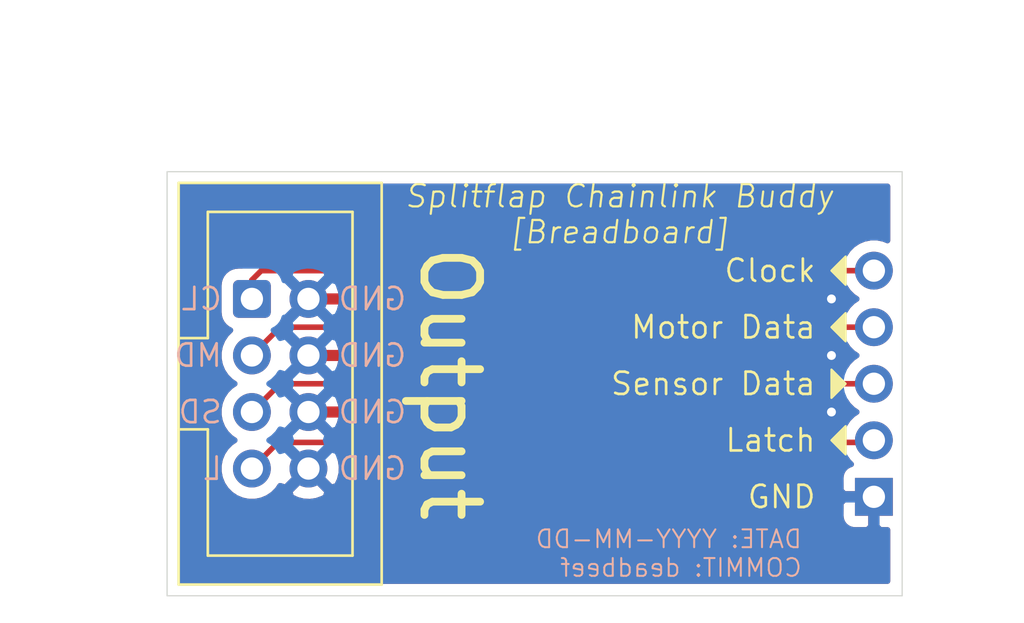
<source format=kicad_pcb>
(kicad_pcb (version 20171130) (host pcbnew 5.1.10-88a1d61d58~90~ubuntu20.04.1)

  (general
    (thickness 1.6)
    (drawings 27)
    (tracks 16)
    (zones 0)
    (modules 2)
    (nets 6)
  )

  (page A4)
  (layers
    (0 F.Cu signal)
    (31 B.Cu signal)
    (32 B.Adhes user)
    (33 F.Adhes user)
    (34 B.Paste user)
    (35 F.Paste user)
    (36 B.SilkS user)
    (37 F.SilkS user)
    (38 B.Mask user)
    (39 F.Mask user)
    (40 Dwgs.User user)
    (41 Cmts.User user)
    (42 Eco1.User user)
    (43 Eco2.User user)
    (44 Edge.Cuts user)
    (45 Margin user)
    (46 B.CrtYd user)
    (47 F.CrtYd user)
    (48 B.Fab user)
    (49 F.Fab user)
  )

  (setup
    (last_trace_width 0.5)
    (user_trace_width 0.25)
    (user_trace_width 0.5)
    (trace_clearance 0.2)
    (zone_clearance 0.508)
    (zone_45_only no)
    (trace_min 0.2)
    (via_size 0.8)
    (via_drill 0.4)
    (via_min_size 0.4)
    (via_min_drill 0.3)
    (uvia_size 0.3)
    (uvia_drill 0.1)
    (uvias_allowed no)
    (uvia_min_size 0.2)
    (uvia_min_drill 0.1)
    (edge_width 0.05)
    (segment_width 0.2)
    (pcb_text_width 0.3)
    (pcb_text_size 1.5 1.5)
    (mod_edge_width 0.12)
    (mod_text_size 1 1)
    (mod_text_width 0.15)
    (pad_size 1.524 1.524)
    (pad_drill 0.762)
    (pad_to_mask_clearance 0)
    (aux_axis_origin 0 0)
    (visible_elements FFFFFF7F)
    (pcbplotparams
      (layerselection 0x010fc_ffffffff)
      (usegerberextensions false)
      (usegerberattributes true)
      (usegerberadvancedattributes true)
      (creategerberjobfile true)
      (excludeedgelayer true)
      (linewidth 0.100000)
      (plotframeref false)
      (viasonmask false)
      (mode 1)
      (useauxorigin false)
      (hpglpennumber 1)
      (hpglpenspeed 20)
      (hpglpendiameter 15.000000)
      (psnegative false)
      (psa4output false)
      (plotreference true)
      (plotvalue true)
      (plotinvisibletext false)
      (padsonsilk false)
      (subtractmaskfromsilk false)
      (outputformat 1)
      (mirror false)
      (drillshape 1)
      (scaleselection 1)
      (outputdirectory ""))
  )

  (net 0 "")
  (net 1 GND)
  (net 2 /LATCH)
  (net 3 /SENSOR_DATA)
  (net 4 /MOTOR_DATA)
  (net 5 /CLOCK)

  (net_class Default "This is the default net class."
    (clearance 0.2)
    (trace_width 0.25)
    (via_dia 0.8)
    (via_drill 0.4)
    (uvia_dia 0.3)
    (uvia_drill 0.1)
    (add_net /CLOCK)
    (add_net /LATCH)
    (add_net /MOTOR_DATA)
    (add_net /SENSOR_DATA)
    (add_net GND)
  )

  (module ModifiedSymbols:PinHeader_1x05_P2.54mm_Vertical_NoSilk (layer B.Cu) (tedit 617F0396) (tstamp 617EFFD4)
    (at 95.25 78.105)
    (descr "Through hole straight pin header, 1x05, 2.54mm pitch, single row")
    (tags "Through hole pin header THT 1x05 2.54mm single row")
    (path /617FD64C)
    (fp_text reference J2 (at 0 2.33) (layer B.SilkS) hide
      (effects (font (size 1 1) (thickness 0.15)) (justify mirror))
    )
    (fp_text value Conn_01x05_Male (at 0 -12.49) (layer B.Fab)
      (effects (font (size 1 1) (thickness 0.15)) (justify mirror))
    )
    (fp_text user %R (at 0 -5.08 -90) (layer B.Fab)
      (effects (font (size 1 1) (thickness 0.15)) (justify mirror))
    )
    (fp_line (start 1.8 1.8) (end -1.8 1.8) (layer B.CrtYd) (width 0.05))
    (fp_line (start 1.8 -11.95) (end 1.8 1.8) (layer B.CrtYd) (width 0.05))
    (fp_line (start -1.8 -11.95) (end 1.8 -11.95) (layer B.CrtYd) (width 0.05))
    (fp_line (start -1.8 1.8) (end -1.8 -11.95) (layer B.CrtYd) (width 0.05))
    (fp_line (start -1.27 0.635) (end -0.635 1.27) (layer B.Fab) (width 0.1))
    (fp_line (start -1.27 -11.43) (end -1.27 0.635) (layer B.Fab) (width 0.1))
    (fp_line (start 1.27 -11.43) (end -1.27 -11.43) (layer B.Fab) (width 0.1))
    (fp_line (start 1.27 1.27) (end 1.27 -11.43) (layer B.Fab) (width 0.1))
    (fp_line (start -0.635 1.27) (end 1.27 1.27) (layer B.Fab) (width 0.1))
    (pad 5 thru_hole oval (at 0 -10.16) (size 1.7 1.7) (drill 1) (layers *.Cu *.Mask)
      (net 5 /CLOCK))
    (pad 4 thru_hole oval (at 0 -7.62) (size 1.7 1.7) (drill 1) (layers *.Cu *.Mask)
      (net 4 /MOTOR_DATA))
    (pad 3 thru_hole oval (at 0 -5.08) (size 1.7 1.7) (drill 1) (layers *.Cu *.Mask)
      (net 3 /SENSOR_DATA))
    (pad 2 thru_hole oval (at 0 -2.54) (size 1.7 1.7) (drill 1) (layers *.Cu *.Mask)
      (net 2 /LATCH))
    (pad 1 thru_hole rect (at 0 0) (size 1.7 1.7) (drill 1) (layers *.Cu *.Mask)
      (net 1 GND))
    (model ${KISYS3DMOD}/Connector_PinHeader_2.54mm.3dshapes/PinHeader_1x05_P2.54mm_Vertical.wrl
      (at (xyz 0 0 0))
      (scale (xyz 1 1 1))
      (rotate (xyz 0 0 0))
    )
  )

  (module ModifiedSymbols:IDC-Header_2x04_P2.54mm_Vertical (layer F.Cu) (tedit 617B5015) (tstamp 617D3F45)
    (at 67.31 69.215)
    (descr "Through hole IDC box header, 2x04, 2.54mm pitch, DIN 41651 / IEC 60603-13, double rows, https://docs.google.com/spreadsheets/d/16SsEcesNF15N3Lb4niX7dcUr-NY5_MFPQhobNuNppn4/edit#gid=0")
    (tags "Through hole vertical IDC box header THT 2x04 2.54mm double row")
    (path /61A3A5EC)
    (fp_text reference J1 (at 1.27 -2.921) (layer F.SilkS) hide
      (effects (font (size 1 1) (thickness 0.15)))
    )
    (fp_text value Output (at 1.27 13.72) (layer F.Fab)
      (effects (font (size 1 1) (thickness 0.15)))
    )
    (fp_line (start 6.22 -5.6) (end -3.68 -5.6) (layer F.CrtYd) (width 0.05))
    (fp_line (start 6.22 13.22) (end 6.22 -5.6) (layer F.CrtYd) (width 0.05))
    (fp_line (start -3.68 13.22) (end 6.22 13.22) (layer F.CrtYd) (width 0.05))
    (fp_line (start -3.68 -5.6) (end -3.68 13.22) (layer F.CrtYd) (width 0.05))
    (fp_line (start -1.98 5.86) (end -3.29 5.86) (layer F.SilkS) (width 0.12))
    (fp_line (start -1.98 5.86) (end -1.98 5.86) (layer F.SilkS) (width 0.12))
    (fp_line (start -1.98 11.53) (end -1.98 5.86) (layer F.SilkS) (width 0.12))
    (fp_line (start 4.52 11.53) (end -1.98 11.53) (layer F.SilkS) (width 0.12))
    (fp_line (start 4.52 -3.91) (end 4.52 11.53) (layer F.SilkS) (width 0.12))
    (fp_line (start -1.98 -3.91) (end 4.52 -3.91) (layer F.SilkS) (width 0.12))
    (fp_line (start -1.98 1.76) (end -1.98 -3.91) (layer F.SilkS) (width 0.12))
    (fp_line (start -3.29 1.76) (end -1.98 1.76) (layer F.SilkS) (width 0.12))
    (fp_line (start -3.29 12.83) (end -3.29 -5.21) (layer F.SilkS) (width 0.12))
    (fp_line (start 5.83 12.83) (end -3.29 12.83) (layer F.SilkS) (width 0.12))
    (fp_line (start 5.83 -5.21) (end 5.83 12.83) (layer F.SilkS) (width 0.12))
    (fp_line (start -3.29 -5.21) (end 5.83 -5.21) (layer F.SilkS) (width 0.12))
    (fp_line (start -1.98 5.86) (end -3.18 5.86) (layer F.Fab) (width 0.1))
    (fp_line (start -1.98 5.86) (end -1.98 5.86) (layer F.Fab) (width 0.1))
    (fp_line (start -1.98 11.53) (end -1.98 5.86) (layer F.Fab) (width 0.1))
    (fp_line (start 4.52 11.53) (end -1.98 11.53) (layer F.Fab) (width 0.1))
    (fp_line (start 4.52 -3.91) (end 4.52 11.53) (layer F.Fab) (width 0.1))
    (fp_line (start -1.98 -3.91) (end 4.52 -3.91) (layer F.Fab) (width 0.1))
    (fp_line (start -1.98 1.76) (end -1.98 -3.91) (layer F.Fab) (width 0.1))
    (fp_line (start -3.18 1.76) (end -1.98 1.76) (layer F.Fab) (width 0.1))
    (fp_line (start -3.18 12.72) (end -3.18 -4.1) (layer F.Fab) (width 0.1))
    (fp_line (start 5.72 12.72) (end -3.18 12.72) (layer F.Fab) (width 0.1))
    (fp_line (start 5.72 -5.1) (end 5.72 12.72) (layer F.Fab) (width 0.1))
    (fp_line (start -2.18 -5.1) (end 5.72 -5.1) (layer F.Fab) (width 0.1))
    (fp_line (start -3.18 -4.1) (end -2.18 -5.1) (layer F.Fab) (width 0.1))
    (fp_text user %R (at 1.27 3.81 90) (layer F.Fab)
      (effects (font (size 1 1) (thickness 0.15)))
    )
    (pad 8 thru_hole circle (at 2.54 7.62) (size 1.7 1.7) (drill 1) (layers *.Cu *.Mask)
      (net 1 GND))
    (pad 6 thru_hole circle (at 2.54 5.08) (size 1.7 1.7) (drill 1) (layers *.Cu *.Mask)
      (net 1 GND))
    (pad 4 thru_hole circle (at 2.54 2.54) (size 1.7 1.7) (drill 1) (layers *.Cu *.Mask)
      (net 1 GND))
    (pad 2 thru_hole circle (at 2.54 0) (size 1.7 1.7) (drill 1) (layers *.Cu *.Mask)
      (net 1 GND))
    (pad 7 thru_hole circle (at 0 7.62) (size 1.7 1.7) (drill 1) (layers *.Cu *.Mask)
      (net 2 /LATCH))
    (pad 5 thru_hole circle (at 0 5.08) (size 1.7 1.7) (drill 1) (layers *.Cu *.Mask)
      (net 3 /SENSOR_DATA))
    (pad 3 thru_hole circle (at 0 2.54) (size 1.7 1.7) (drill 1) (layers *.Cu *.Mask)
      (net 4 /MOTOR_DATA))
    (pad 1 thru_hole roundrect (at 0 0) (size 1.7 1.7) (drill 1) (layers *.Cu *.Mask) (roundrect_rratio 0.147059)
      (net 5 /CLOCK))
    (model ${KISYS3DMOD}/Connector_IDC.3dshapes/IDC-Header_2x04_P2.54mm_Vertical.wrl
      (at (xyz 0 0 0))
      (scale (xyz 1 1 1))
      (rotate (xyz 0 0 0))
    )
  )

  (dimension 19.05 (width 0.15) (layer Cmts.User)
    (gr_text "19.050 mm" (at 59.660001 73.025 270) (layer Cmts.User)
      (effects (font (size 1 1) (thickness 0.15)))
    )
    (feature1 (pts (xy 63.5 82.55) (xy 60.37358 82.55)))
    (feature2 (pts (xy 63.5 63.5) (xy 60.37358 63.5)))
    (crossbar (pts (xy 60.960001 63.5) (xy 60.960001 82.55)))
    (arrow1a (pts (xy 60.960001 82.55) (xy 60.37358 81.423496)))
    (arrow1b (pts (xy 60.960001 82.55) (xy 61.546422 81.423496)))
    (arrow2a (pts (xy 60.960001 63.5) (xy 60.37358 64.626504)))
    (arrow2b (pts (xy 60.960001 63.5) (xy 61.546422 64.626504)))
  )
  (dimension 33.02 (width 0.15) (layer Cmts.User)
    (gr_text "33.020 mm" (at 80.01 56.485) (layer Cmts.User)
      (effects (font (size 1 1) (thickness 0.15)))
    )
    (feature1 (pts (xy 63.5 63.5) (xy 63.5 57.198579)))
    (feature2 (pts (xy 96.52 63.5) (xy 96.52 57.198579)))
    (crossbar (pts (xy 96.52 57.785) (xy 63.5 57.785)))
    (arrow1a (pts (xy 63.5 57.785) (xy 64.626504 57.198579)))
    (arrow1b (pts (xy 63.5 57.785) (xy 64.626504 58.371421)))
    (arrow2a (pts (xy 96.52 57.785) (xy 95.393496 57.198579)))
    (arrow2b (pts (xy 96.52 57.785) (xy 95.393496 58.371421)))
  )
  (gr_text Output (at 76.2 73.025 -90) (layer F.SilkS) (tstamp 617CEBDD)
    (effects (font (size 2.5 2.5) (thickness 0.35)))
  )
  (gr_poly (pts (xy 93.98 76.2) (xy 93.345 75.565) (xy 93.98 74.93)) (layer F.SilkS) (width 0.1))
  (gr_poly (pts (xy 93.98 73.025) (xy 93.345 73.66) (xy 93.345 72.39)) (layer F.SilkS) (width 0.1))
  (gr_poly (pts (xy 93.98 71.12) (xy 93.345 70.485) (xy 93.98 69.85)) (layer F.SilkS) (width 0.1))
  (gr_poly (pts (xy 93.98 68.58) (xy 93.345 67.945) (xy 93.98 67.31)) (layer F.SilkS) (width 0.1))
  (gr_text GND (at 92.71 78.105) (layer F.SilkS) (tstamp 617F02AF)
    (effects (font (size 1 1) (thickness 0.12)) (justify right))
  )
  (gr_text Latch (at 92.71 75.565) (layer F.SilkS) (tstamp 617F02AC)
    (effects (font (size 1 1) (thickness 0.12)) (justify right))
  )
  (gr_text "Sensor Data" (at 92.71 73.025) (layer F.SilkS) (tstamp 617F02A9)
    (effects (font (size 1 1) (thickness 0.12)) (justify right))
  )
  (gr_text "Motor Data" (at 92.71 70.485) (layer F.SilkS) (tstamp 617F02A6)
    (effects (font (size 1 1) (thickness 0.12)) (justify right))
  )
  (gr_text Clock (at 92.71 67.945) (layer F.SilkS) (tstamp 617F029E)
    (effects (font (size 1 1) (thickness 0.12)) (justify right))
  )
  (dimension 25.4 (width 0.15) (layer Cmts.User)
    (gr_text "25.400 mm" (at 82.55 59.66) (layer Cmts.User)
      (effects (font (size 1 1) (thickness 0.15)))
    )
    (feature1 (pts (xy 95.25 69.215) (xy 95.25 60.373579)))
    (feature2 (pts (xy 69.85 69.215) (xy 69.85 60.373579)))
    (crossbar (pts (xy 69.85 60.96) (xy 95.25 60.96)))
    (arrow1a (pts (xy 95.25 60.96) (xy 94.123496 61.546421)))
    (arrow1b (pts (xy 95.25 60.96) (xy 94.123496 60.373579)))
    (arrow2a (pts (xy 69.85 60.96) (xy 70.976504 61.546421)))
    (arrow2b (pts (xy 69.85 60.96) (xy 70.976504 60.373579)))
  )
  (gr_text "DATE: YYYY-MM-DD\nCOMMIT: deadbeef" (at 92.075 80.645) (layer B.SilkS) (tstamp 617ECFA6)
    (effects (font (size 0.8 0.8) (thickness 0.09)) (justify left mirror))
  )
  (gr_text L (at 66.04 76.835) (layer B.SilkS) (tstamp 617D9412)
    (effects (font (size 1 1) (thickness 0.12)) (justify left mirror))
  )
  (gr_text SD (at 66.04 74.295) (layer B.SilkS) (tstamp 617D940F)
    (effects (font (size 1 1) (thickness 0.12)) (justify left mirror))
  )
  (gr_text MD (at 66.04 71.755) (layer B.SilkS) (tstamp 617D940C)
    (effects (font (size 1 1) (thickness 0.12)) (justify left mirror))
  )
  (gr_text CL (at 66.04 69.215) (layer B.SilkS) (tstamp 617D938B)
    (effects (font (size 1 1) (thickness 0.12)) (justify left mirror))
  )
  (gr_text GND (at 71.12 76.835) (layer B.SilkS) (tstamp 617D9389)
    (effects (font (size 1 1) (thickness 0.12)) (justify right mirror))
  )
  (gr_text GND (at 71.12 74.295) (layer B.SilkS) (tstamp 617D9387)
    (effects (font (size 1 1) (thickness 0.12)) (justify right mirror))
  )
  (gr_text GND (at 71.12 71.755) (layer B.SilkS) (tstamp 617D9385)
    (effects (font (size 1 1) (thickness 0.12)) (justify right mirror))
  )
  (gr_text GND (at 71.12 69.215) (layer B.SilkS) (tstamp 617D937F)
    (effects (font (size 1 1) (thickness 0.12)) (justify right mirror))
  )
  (gr_text "Splitflap Chainlink Buddy\n[Breadboard]" (at 83.82 65.405) (layer F.SilkS) (tstamp 617D5187)
    (effects (font (size 1 1) (thickness 0.1) italic))
  )
  (gr_line (start 63.5 82.55) (end 63.5 63.5) (layer Edge.Cuts) (width 0.05) (tstamp 617D3FFE))
  (gr_line (start 96.52 82.55) (end 63.5 82.55) (layer Edge.Cuts) (width 0.05) (tstamp 617D599A))
  (gr_line (start 96.52 63.5) (end 96.52 82.55) (layer Edge.Cuts) (width 0.05) (tstamp 617D513F))
  (gr_line (start 63.5 63.5) (end 96.52 63.5) (layer Edge.Cuts) (width 0.05) (tstamp 617D4058))

  (via (at 93.345 69.215) (size 0.8) (drill 0.4) (layers F.Cu B.Cu) (net 1))
  (via (at 93.345 71.755) (size 0.8) (drill 0.4) (layers F.Cu B.Cu) (net 1) (tstamp 617F63F3))
  (via (at 93.345 74.295) (size 0.8) (drill 0.4) (layers F.Cu B.Cu) (net 1) (tstamp 617F63F5))
  (segment (start 69.85 69.215) (end 93.345 69.215) (width 0.5) (layer F.Cu) (net 1))
  (segment (start 93.345 71.755) (end 69.85 71.755) (width 0.5) (layer F.Cu) (net 1))
  (segment (start 69.85 74.295) (end 93.345 74.295) (width 0.5) (layer F.Cu) (net 1))
  (segment (start 95.155001 75.659999) (end 95.25 75.565) (width 0.25) (layer F.Cu) (net 2))
  (segment (start 68.485001 75.659999) (end 95.155001 75.659999) (width 0.25) (layer F.Cu) (net 2))
  (segment (start 67.31 76.835) (end 68.485001 75.659999) (width 0.25) (layer F.Cu) (net 2))
  (segment (start 68.58 73.025) (end 95.25 73.025) (width 0.25) (layer F.Cu) (net 3))
  (segment (start 67.31 74.295) (end 68.58 73.025) (width 0.25) (layer F.Cu) (net 3))
  (segment (start 68.58 70.485) (end 95.25 70.485) (width 0.25) (layer F.Cu) (net 4))
  (segment (start 67.31 71.755) (end 68.58 70.485) (width 0.25) (layer F.Cu) (net 4))
  (segment (start 67.73 67.945) (end 95.25 67.945) (width 0.25) (layer F.Cu) (net 5))
  (segment (start 67.31 68.365) (end 67.73 67.945) (width 0.25) (layer F.Cu) (net 5))
  (segment (start 67.31 69.215) (end 67.31 68.365) (width 0.25) (layer F.Cu) (net 5))

  (zone (net 1) (net_name GND) (layer B.Cu) (tstamp 0) (hatch edge 0.508)
    (connect_pads (clearance 0.508))
    (min_thickness 0.254)
    (fill yes (arc_segments 32) (thermal_gap 0.508) (thermal_bridge_width 0.508))
    (polygon
      (pts
        (xy 96.52 82.55) (xy 63.5 82.55) (xy 63.5 63.5) (xy 96.52 63.5)
      )
    )
    (filled_polygon
      (pts
        (xy 95.86 66.590318) (xy 95.683158 66.517068) (xy 95.39626 66.46) (xy 95.10374 66.46) (xy 94.816842 66.517068)
        (xy 94.546589 66.62901) (xy 94.303368 66.791525) (xy 94.096525 66.998368) (xy 93.93401 67.241589) (xy 93.822068 67.511842)
        (xy 93.765 67.79874) (xy 93.765 68.09126) (xy 93.822068 68.378158) (xy 93.93401 68.648411) (xy 94.096525 68.891632)
        (xy 94.303368 69.098475) (xy 94.47776 69.215) (xy 94.303368 69.331525) (xy 94.096525 69.538368) (xy 93.93401 69.781589)
        (xy 93.822068 70.051842) (xy 93.765 70.33874) (xy 93.765 70.63126) (xy 93.822068 70.918158) (xy 93.93401 71.188411)
        (xy 94.096525 71.431632) (xy 94.303368 71.638475) (xy 94.47776 71.755) (xy 94.303368 71.871525) (xy 94.096525 72.078368)
        (xy 93.93401 72.321589) (xy 93.822068 72.591842) (xy 93.765 72.87874) (xy 93.765 73.17126) (xy 93.822068 73.458158)
        (xy 93.93401 73.728411) (xy 94.096525 73.971632) (xy 94.303368 74.178475) (xy 94.47776 74.295) (xy 94.303368 74.411525)
        (xy 94.096525 74.618368) (xy 93.93401 74.861589) (xy 93.822068 75.131842) (xy 93.765 75.41874) (xy 93.765 75.71126)
        (xy 93.822068 75.998158) (xy 93.93401 76.268411) (xy 94.096525 76.511632) (xy 94.22838 76.643487) (xy 94.15582 76.665498)
        (xy 94.045506 76.724463) (xy 93.948815 76.803815) (xy 93.869463 76.900506) (xy 93.810498 77.01082) (xy 93.774188 77.130518)
        (xy 93.761928 77.255) (xy 93.765 77.81925) (xy 93.92375 77.978) (xy 95.123 77.978) (xy 95.123 77.958)
        (xy 95.377 77.958) (xy 95.377 77.978) (xy 95.397 77.978) (xy 95.397 78.232) (xy 95.377 78.232)
        (xy 95.377 79.43125) (xy 95.53575 79.59) (xy 95.860001 79.591765) (xy 95.860001 81.89) (xy 64.16 81.89)
        (xy 64.16 78.955) (xy 93.761928 78.955) (xy 93.774188 79.079482) (xy 93.810498 79.19918) (xy 93.869463 79.309494)
        (xy 93.948815 79.406185) (xy 94.045506 79.485537) (xy 94.15582 79.544502) (xy 94.275518 79.580812) (xy 94.4 79.593072)
        (xy 94.96425 79.59) (xy 95.123 79.43125) (xy 95.123 78.232) (xy 93.92375 78.232) (xy 93.765 78.39075)
        (xy 93.761928 78.955) (xy 64.16 78.955) (xy 64.16 68.615) (xy 65.821928 68.615) (xy 65.821928 69.815)
        (xy 65.838992 69.988254) (xy 65.889528 70.15485) (xy 65.971595 70.308386) (xy 66.082038 70.442962) (xy 66.216614 70.553405)
        (xy 66.343608 70.621285) (xy 66.156525 70.808368) (xy 65.99401 71.051589) (xy 65.882068 71.321842) (xy 65.825 71.60874)
        (xy 65.825 71.90126) (xy 65.882068 72.188158) (xy 65.99401 72.458411) (xy 66.156525 72.701632) (xy 66.363368 72.908475)
        (xy 66.53776 73.025) (xy 66.363368 73.141525) (xy 66.156525 73.348368) (xy 65.99401 73.591589) (xy 65.882068 73.861842)
        (xy 65.825 74.14874) (xy 65.825 74.44126) (xy 65.882068 74.728158) (xy 65.99401 74.998411) (xy 66.156525 75.241632)
        (xy 66.363368 75.448475) (xy 66.53776 75.565) (xy 66.363368 75.681525) (xy 66.156525 75.888368) (xy 65.99401 76.131589)
        (xy 65.882068 76.401842) (xy 65.825 76.68874) (xy 65.825 76.98126) (xy 65.882068 77.268158) (xy 65.99401 77.538411)
        (xy 66.156525 77.781632) (xy 66.363368 77.988475) (xy 66.606589 78.15099) (xy 66.876842 78.262932) (xy 67.16374 78.32)
        (xy 67.45626 78.32) (xy 67.743158 78.262932) (xy 68.013411 78.15099) (xy 68.256632 77.988475) (xy 68.38171 77.863397)
        (xy 69.001208 77.863397) (xy 69.078843 78.112472) (xy 69.342883 78.238371) (xy 69.626411 78.310339) (xy 69.918531 78.325611)
        (xy 70.208019 78.283599) (xy 70.483747 78.185919) (xy 70.621157 78.112472) (xy 70.698792 77.863397) (xy 69.85 77.014605)
        (xy 69.001208 77.863397) (xy 68.38171 77.863397) (xy 68.463475 77.781632) (xy 68.579311 77.608271) (xy 68.821603 77.683792)
        (xy 69.670395 76.835) (xy 70.029605 76.835) (xy 70.878397 77.683792) (xy 71.127472 77.606157) (xy 71.253371 77.342117)
        (xy 71.325339 77.058589) (xy 71.340611 76.766469) (xy 71.298599 76.476981) (xy 71.200919 76.201253) (xy 71.127472 76.063843)
        (xy 70.878397 75.986208) (xy 70.029605 76.835) (xy 69.670395 76.835) (xy 68.821603 75.986208) (xy 68.579311 76.061729)
        (xy 68.463475 75.888368) (xy 68.256632 75.681525) (xy 68.08224 75.565) (xy 68.256632 75.448475) (xy 68.38171 75.323397)
        (xy 69.001208 75.323397) (xy 69.076514 75.565) (xy 69.001208 75.806603) (xy 69.85 76.655395) (xy 70.698792 75.806603)
        (xy 70.623486 75.565) (xy 70.698792 75.323397) (xy 69.85 74.474605) (xy 69.001208 75.323397) (xy 68.38171 75.323397)
        (xy 68.463475 75.241632) (xy 68.579311 75.068271) (xy 68.821603 75.143792) (xy 69.670395 74.295) (xy 70.029605 74.295)
        (xy 70.878397 75.143792) (xy 71.127472 75.066157) (xy 71.253371 74.802117) (xy 71.325339 74.518589) (xy 71.340611 74.226469)
        (xy 71.298599 73.936981) (xy 71.200919 73.661253) (xy 71.127472 73.523843) (xy 70.878397 73.446208) (xy 70.029605 74.295)
        (xy 69.670395 74.295) (xy 68.821603 73.446208) (xy 68.579311 73.521729) (xy 68.463475 73.348368) (xy 68.256632 73.141525)
        (xy 68.08224 73.025) (xy 68.256632 72.908475) (xy 68.38171 72.783397) (xy 69.001208 72.783397) (xy 69.076514 73.025)
        (xy 69.001208 73.266603) (xy 69.85 74.115395) (xy 70.698792 73.266603) (xy 70.623486 73.025) (xy 70.698792 72.783397)
        (xy 69.85 71.934605) (xy 69.001208 72.783397) (xy 68.38171 72.783397) (xy 68.463475 72.701632) (xy 68.579311 72.528271)
        (xy 68.821603 72.603792) (xy 69.670395 71.755) (xy 70.029605 71.755) (xy 70.878397 72.603792) (xy 71.127472 72.526157)
        (xy 71.253371 72.262117) (xy 71.325339 71.978589) (xy 71.340611 71.686469) (xy 71.298599 71.396981) (xy 71.200919 71.121253)
        (xy 71.127472 70.983843) (xy 70.878397 70.906208) (xy 70.029605 71.755) (xy 69.670395 71.755) (xy 68.821603 70.906208)
        (xy 68.579311 70.981729) (xy 68.463475 70.808368) (xy 68.276392 70.621285) (xy 68.403386 70.553405) (xy 68.537962 70.442962)
        (xy 68.648405 70.308386) (xy 68.683142 70.243397) (xy 69.001208 70.243397) (xy 69.076514 70.485) (xy 69.001208 70.726603)
        (xy 69.85 71.575395) (xy 70.698792 70.726603) (xy 70.623486 70.485) (xy 70.698792 70.243397) (xy 69.85 69.394605)
        (xy 69.001208 70.243397) (xy 68.683142 70.243397) (xy 68.730472 70.15485) (xy 68.76358 70.045707) (xy 68.821603 70.063792)
        (xy 69.670395 69.215) (xy 70.029605 69.215) (xy 70.878397 70.063792) (xy 71.127472 69.986157) (xy 71.253371 69.722117)
        (xy 71.325339 69.438589) (xy 71.340611 69.146469) (xy 71.298599 68.856981) (xy 71.200919 68.581253) (xy 71.127472 68.443843)
        (xy 70.878397 68.366208) (xy 70.029605 69.215) (xy 69.670395 69.215) (xy 68.821603 68.366208) (xy 68.76358 68.384293)
        (xy 68.730472 68.27515) (xy 68.683143 68.186603) (xy 69.001208 68.186603) (xy 69.85 69.035395) (xy 70.698792 68.186603)
        (xy 70.621157 67.937528) (xy 70.357117 67.811629) (xy 70.073589 67.739661) (xy 69.781469 67.724389) (xy 69.491981 67.766401)
        (xy 69.216253 67.864081) (xy 69.078843 67.937528) (xy 69.001208 68.186603) (xy 68.683143 68.186603) (xy 68.648405 68.121614)
        (xy 68.537962 67.987038) (xy 68.403386 67.876595) (xy 68.24985 67.794528) (xy 68.083254 67.743992) (xy 67.91 67.726928)
        (xy 66.71 67.726928) (xy 66.536746 67.743992) (xy 66.37015 67.794528) (xy 66.216614 67.876595) (xy 66.082038 67.987038)
        (xy 65.971595 68.121614) (xy 65.889528 68.27515) (xy 65.838992 68.441746) (xy 65.821928 68.615) (xy 64.16 68.615)
        (xy 64.16 64.16) (xy 95.86 64.16)
      )
    )
  )
  (zone (net 1) (net_name GND) (layer F.Cu) (tstamp 617F63B8) (hatch edge 0.508)
    (connect_pads (clearance 0.508))
    (min_thickness 0.254)
    (fill yes (arc_segments 32) (thermal_gap 0.508) (thermal_bridge_width 0.508))
    (polygon
      (pts
        (xy 96.52 82.55) (xy 63.5 82.55) (xy 63.5 63.5) (xy 96.52 63.5)
      )
    )
    (filled_polygon
      (pts
        (xy 95.86 66.590318) (xy 95.683158 66.517068) (xy 95.39626 66.46) (xy 95.10374 66.46) (xy 94.816842 66.517068)
        (xy 94.546589 66.62901) (xy 94.303368 66.791525) (xy 94.096525 66.998368) (xy 93.971822 67.185) (xy 67.767325 67.185)
        (xy 67.73 67.181324) (xy 67.692675 67.185) (xy 67.692667 67.185) (xy 67.581014 67.195997) (xy 67.437753 67.239454)
        (xy 67.305724 67.310026) (xy 67.189999 67.404999) (xy 67.166196 67.434003) (xy 66.873271 67.726928) (xy 66.71 67.726928)
        (xy 66.536746 67.743992) (xy 66.37015 67.794528) (xy 66.216614 67.876595) (xy 66.082038 67.987038) (xy 65.971595 68.121614)
        (xy 65.889528 68.27515) (xy 65.838992 68.441746) (xy 65.821928 68.615) (xy 65.821928 69.815) (xy 65.838992 69.988254)
        (xy 65.889528 70.15485) (xy 65.971595 70.308386) (xy 66.082038 70.442962) (xy 66.216614 70.553405) (xy 66.343608 70.621285)
        (xy 66.156525 70.808368) (xy 65.99401 71.051589) (xy 65.882068 71.321842) (xy 65.825 71.60874) (xy 65.825 71.90126)
        (xy 65.882068 72.188158) (xy 65.99401 72.458411) (xy 66.156525 72.701632) (xy 66.363368 72.908475) (xy 66.53776 73.025)
        (xy 66.363368 73.141525) (xy 66.156525 73.348368) (xy 65.99401 73.591589) (xy 65.882068 73.861842) (xy 65.825 74.14874)
        (xy 65.825 74.44126) (xy 65.882068 74.728158) (xy 65.99401 74.998411) (xy 66.156525 75.241632) (xy 66.363368 75.448475)
        (xy 66.53776 75.565) (xy 66.363368 75.681525) (xy 66.156525 75.888368) (xy 65.99401 76.131589) (xy 65.882068 76.401842)
        (xy 65.825 76.68874) (xy 65.825 76.98126) (xy 65.882068 77.268158) (xy 65.99401 77.538411) (xy 66.156525 77.781632)
        (xy 66.363368 77.988475) (xy 66.606589 78.15099) (xy 66.876842 78.262932) (xy 67.16374 78.32) (xy 67.45626 78.32)
        (xy 67.743158 78.262932) (xy 68.013411 78.15099) (xy 68.256632 77.988475) (xy 68.38171 77.863397) (xy 69.001208 77.863397)
        (xy 69.078843 78.112472) (xy 69.342883 78.238371) (xy 69.626411 78.310339) (xy 69.918531 78.325611) (xy 70.208019 78.283599)
        (xy 70.483747 78.185919) (xy 70.621157 78.112472) (xy 70.698792 77.863397) (xy 69.85 77.014605) (xy 69.001208 77.863397)
        (xy 68.38171 77.863397) (xy 68.463475 77.781632) (xy 68.579311 77.608271) (xy 68.821603 77.683792) (xy 69.670395 76.835)
        (xy 69.656253 76.820858) (xy 69.835858 76.641253) (xy 69.85 76.655395) (xy 69.864143 76.641253) (xy 70.043748 76.820858)
        (xy 70.029605 76.835) (xy 70.878397 77.683792) (xy 71.127472 77.606157) (xy 71.253371 77.342117) (xy 71.325339 77.058589)
        (xy 71.340611 76.766469) (xy 71.298599 76.476981) (xy 71.278412 76.419999) (xy 94.035298 76.419999) (xy 94.096525 76.511632)
        (xy 94.22838 76.643487) (xy 94.15582 76.665498) (xy 94.045506 76.724463) (xy 93.948815 76.803815) (xy 93.869463 76.900506)
        (xy 93.810498 77.01082) (xy 93.774188 77.130518) (xy 93.761928 77.255) (xy 93.765 77.81925) (xy 93.92375 77.978)
        (xy 95.123 77.978) (xy 95.123 77.958) (xy 95.377 77.958) (xy 95.377 77.978) (xy 95.397 77.978)
        (xy 95.397 78.232) (xy 95.377 78.232) (xy 95.377 79.43125) (xy 95.53575 79.59) (xy 95.860001 79.591765)
        (xy 95.860001 81.89) (xy 64.16 81.89) (xy 64.16 78.955) (xy 93.761928 78.955) (xy 93.774188 79.079482)
        (xy 93.810498 79.19918) (xy 93.869463 79.309494) (xy 93.948815 79.406185) (xy 94.045506 79.485537) (xy 94.15582 79.544502)
        (xy 94.275518 79.580812) (xy 94.4 79.593072) (xy 94.96425 79.59) (xy 95.123 79.43125) (xy 95.123 78.232)
        (xy 93.92375 78.232) (xy 93.765 78.39075) (xy 93.761928 78.955) (xy 64.16 78.955) (xy 64.16 64.16)
        (xy 95.86 64.16)
      )
    )
    (filled_polygon
      (pts
        (xy 94.096525 73.971632) (xy 94.303368 74.178475) (xy 94.47776 74.295) (xy 94.303368 74.411525) (xy 94.096525 74.618368)
        (xy 93.93401 74.861589) (xy 93.9181 74.899999) (xy 71.206699 74.899999) (xy 71.253371 74.802117) (xy 71.325339 74.518589)
        (xy 71.340611 74.226469) (xy 71.298599 73.936981) (xy 71.244758 73.785) (xy 93.971822 73.785)
      )
    )
    (filled_polygon
      (pts
        (xy 70.043748 74.280858) (xy 70.029605 74.295) (xy 70.043748 74.309143) (xy 69.864143 74.488748) (xy 69.85 74.474605)
        (xy 69.835858 74.488748) (xy 69.656253 74.309143) (xy 69.670395 74.295) (xy 69.656253 74.280858) (xy 69.835858 74.101253)
        (xy 69.85 74.115395) (xy 69.864143 74.101253)
      )
    )
    (filled_polygon
      (pts
        (xy 94.096525 71.431632) (xy 94.303368 71.638475) (xy 94.47776 71.755) (xy 94.303368 71.871525) (xy 94.096525 72.078368)
        (xy 93.971822 72.265) (xy 71.251996 72.265) (xy 71.253371 72.262117) (xy 71.325339 71.978589) (xy 71.340611 71.686469)
        (xy 71.298599 71.396981) (xy 71.244758 71.245) (xy 93.971822 71.245)
      )
    )
    (filled_polygon
      (pts
        (xy 70.043748 71.740858) (xy 70.029605 71.755) (xy 70.043748 71.769143) (xy 69.864143 71.948748) (xy 69.85 71.934605)
        (xy 69.835858 71.948748) (xy 69.656253 71.769143) (xy 69.670395 71.755) (xy 69.656253 71.740858) (xy 69.835858 71.561253)
        (xy 69.85 71.575395) (xy 69.864143 71.561253)
      )
    )
    (filled_polygon
      (pts
        (xy 94.096525 68.891632) (xy 94.303368 69.098475) (xy 94.47776 69.215) (xy 94.303368 69.331525) (xy 94.096525 69.538368)
        (xy 93.971822 69.725) (xy 71.251996 69.725) (xy 71.253371 69.722117) (xy 71.325339 69.438589) (xy 71.340611 69.146469)
        (xy 71.298599 68.856981) (xy 71.244758 68.705) (xy 93.971822 68.705)
      )
    )
    (filled_polygon
      (pts
        (xy 70.043748 69.200858) (xy 70.029605 69.215) (xy 70.043748 69.229143) (xy 69.864143 69.408748) (xy 69.85 69.394605)
        (xy 69.835858 69.408748) (xy 69.656253 69.229143) (xy 69.670395 69.215) (xy 69.656253 69.200858) (xy 69.835858 69.021253)
        (xy 69.85 69.035395) (xy 69.864143 69.021253)
      )
    )
  )
)

</source>
